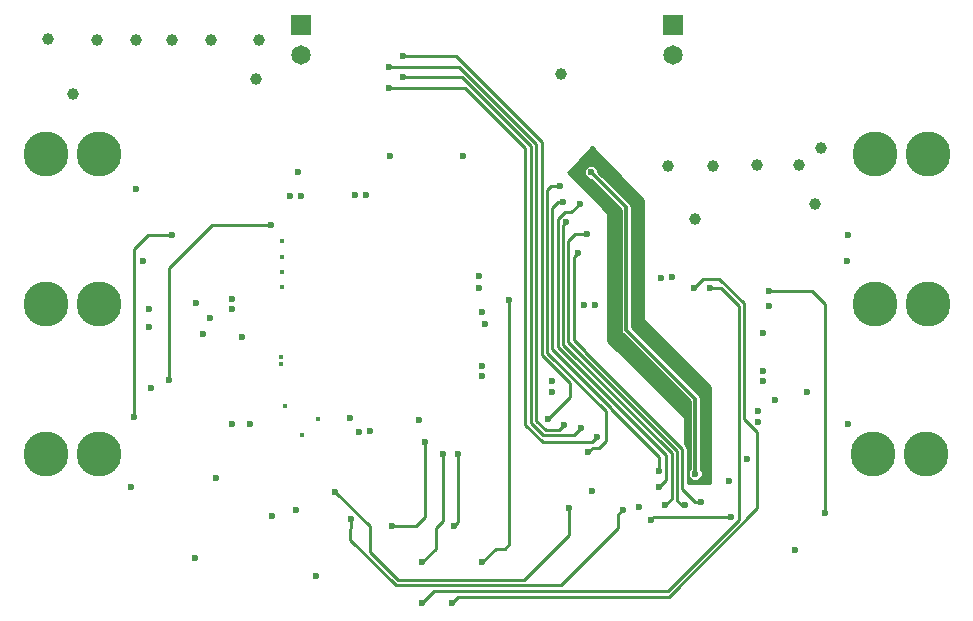
<source format=gbl>
%TF.GenerationSoftware,KiCad,Pcbnew,(5.0.0-rc2-dev-279-g5b653c0c1)*%
%TF.CreationDate,2018-07-19T10:29:47+12:00*%
%TF.ProjectId,veb,7665622E6B696361645F706362000000,0.1*%
%TF.SameCoordinates,Original*%
%TF.FileFunction,Copper,L4,Bot,Signal*%
%TF.FilePolarity,Positive*%
%FSLAX46Y46*%
G04 Gerber Fmt 4.6, Leading zero omitted, Abs format (unit mm)*
G04 Created by KiCad (PCBNEW (5.0.0-rc2-dev-279-g5b653c0c1)) date 07/19/18 10:29:47*
%MOMM*%
%LPD*%
G01*
G04 APERTURE LIST*
%ADD10C,3.810000*%
%ADD11R,1.651000X1.651000*%
%ADD12C,1.651000*%
%ADD13C,0.400000*%
%ADD14C,0.450000*%
%ADD15C,1.000000*%
%ADD16C,0.600000*%
%ADD17C,0.250000*%
%ADD18C,0.300000*%
%ADD19C,0.254000*%
G04 APERTURE END LIST*
D10*
X115752000Y-92710000D03*
X111252000Y-92710000D03*
X115752000Y-105410000D03*
X111252000Y-105410000D03*
X115752000Y-118110000D03*
X111252000Y-118110000D03*
X181428000Y-92710000D03*
X185928000Y-92710000D03*
X181428000Y-105410000D03*
X185928000Y-105410000D03*
X181326000Y-118110000D03*
X185826000Y-118110000D03*
D11*
X132870475Y-81741725D03*
D12*
X132870475Y-84281725D03*
D11*
X164338000Y-81788000D03*
D12*
X164338000Y-84328000D03*
D13*
X167005000Y-112293400D03*
D14*
X131241800Y-100076000D03*
X131191000Y-110490000D03*
X131191000Y-109855000D03*
D15*
X171450000Y-93599000D03*
X125222000Y-83058000D03*
X115570000Y-83058000D03*
D14*
X134296100Y-115119100D03*
X131241800Y-101396800D03*
X131521200Y-113995200D03*
X132969000Y-116459000D03*
X131241800Y-103987600D03*
X131241800Y-102692200D03*
D16*
X132461000Y-122809000D03*
X127000000Y-115555475D03*
X128536600Y-115555475D03*
X118491000Y-120904000D03*
X119507000Y-101727000D03*
X118872000Y-95631000D03*
X118745000Y-114935000D03*
X121920000Y-99568000D03*
X154079475Y-112824975D03*
X179070000Y-101727000D03*
X123952000Y-105283000D03*
X120027600Y-105839975D03*
D15*
X121920000Y-83058000D03*
D16*
X161163000Y-96520000D03*
X161417000Y-101600000D03*
X161544000Y-107188000D03*
X164211000Y-109728000D03*
X165227000Y-114046000D03*
X162433000Y-111506000D03*
X159385000Y-108331000D03*
X159385000Y-101346000D03*
X157861000Y-96266000D03*
X159258000Y-97917000D03*
X132842000Y-96266000D03*
X143129000Y-130683000D03*
X145669000Y-130683000D03*
X137033000Y-115062000D03*
X179197000Y-99568000D03*
X159258000Y-104775000D03*
X159258000Y-94488000D03*
X137096500Y-123634500D03*
X146177000Y-118110000D03*
X167513000Y-104013000D03*
X166116000Y-104013000D03*
X166751000Y-122174000D03*
X156286100Y-101092000D03*
X165354000Y-122428000D03*
X163703000Y-122428000D03*
X150495000Y-105029000D03*
X144907000Y-118110000D03*
X143383000Y-117094000D03*
X148209000Y-127254000D03*
X145796000Y-124206000D03*
X143129000Y-127254000D03*
X140589000Y-124206000D03*
X160147000Y-122809000D03*
X155575000Y-122682000D03*
X135763000Y-121285000D03*
X131953000Y-96266000D03*
X121710350Y-111824850D03*
X130302000Y-98679000D03*
X163195000Y-120873600D03*
X163144100Y-119507000D03*
X157175100Y-117952600D03*
X157099000Y-99441000D03*
X155321000Y-98425000D03*
X156464000Y-96901000D03*
X155067000Y-96774000D03*
X154813000Y-95377000D03*
X157937100Y-116682600D03*
X156540100Y-115920600D03*
X155143100Y-115666600D03*
X153746100Y-115158600D03*
X141478000Y-84424600D03*
X140335000Y-85313600D03*
X141478000Y-86202600D03*
X140335000Y-87091600D03*
X169240100Y-123413600D03*
X162509100Y-123698000D03*
X166243000Y-119761000D03*
X157429100Y-94234000D03*
X148209000Y-110617000D03*
X147955000Y-103030100D03*
X134112000Y-128397000D03*
X130409850Y-123334225D03*
X156857600Y-105474850D03*
X161524850Y-122619850D03*
X157476725Y-121270475D03*
D15*
X129032000Y-86345475D03*
D16*
X138712475Y-116190475D03*
X138347350Y-96140350D03*
X148209000Y-106109850D03*
X163382225Y-103172975D03*
D15*
X176403000Y-96901000D03*
D16*
X154079475Y-111935975D03*
X137414000Y-96139000D03*
X125158500Y-106586100D03*
X137795000Y-116205000D03*
X120027600Y-107348100D03*
X124587000Y-107935475D03*
X148209000Y-111506000D03*
X147955000Y-104013000D03*
X148412100Y-107062350D03*
X140411100Y-92854225D03*
X146602350Y-92854225D03*
X125647350Y-120159225D03*
X164302975Y-103124000D03*
X172002350Y-111951850D03*
X157746600Y-105474850D03*
X171573725Y-115364975D03*
X175701225Y-112856725D03*
X167386000Y-117348000D03*
X179197000Y-115570000D03*
X123901100Y-126906100D03*
X142875000Y-115189000D03*
X174701100Y-126191725D03*
X127000000Y-104950975D03*
X127889000Y-108221225D03*
D15*
X176911000Y-92202000D03*
X163957000Y-93744225D03*
X154857350Y-85916850D03*
X111480300Y-82969800D03*
D16*
X172466000Y-105537000D03*
D15*
X118872000Y-83058000D03*
X129286000Y-83058000D03*
X167767000Y-93726000D03*
X175006000Y-93599000D03*
D16*
X120142000Y-112522000D03*
X132632350Y-94234000D03*
X170652975Y-118539975D03*
X171577000Y-114444225D03*
X169065475Y-120365600D03*
D15*
X166207975Y-98171000D03*
D16*
X127000000Y-105839975D03*
X172002350Y-111062850D03*
X173034225Y-113491725D03*
X172021500Y-107823000D03*
D15*
X113538000Y-87630000D03*
D16*
X172466000Y-104267000D03*
X177241100Y-123096100D03*
D17*
X171516101Y-116232353D02*
X171516101Y-122699011D01*
X170378610Y-115094862D02*
X171516101Y-116232353D01*
X170378610Y-105353200D02*
X170378610Y-115094862D01*
X168276410Y-103251000D02*
X170378610Y-105353200D01*
X166116000Y-104013000D02*
X166878000Y-103251000D01*
X166878000Y-103251000D02*
X168276410Y-103251000D01*
X171516101Y-122699011D02*
X164040112Y-130175000D01*
X164040112Y-130175000D02*
X146177000Y-130175000D01*
X146177000Y-130175000D02*
X145669000Y-130683000D01*
X168402000Y-104013000D02*
X167513000Y-104013000D01*
D18*
X166243000Y-113411000D02*
X160401000Y-107569000D01*
X166243000Y-119761000D02*
X166243000Y-113411000D01*
X160401000Y-107569000D02*
X160401000Y-97205900D01*
X160401000Y-97205900D02*
X157429100Y-94234000D01*
D17*
X118745000Y-100711000D02*
X119888000Y-99568000D01*
X118745000Y-114935000D02*
X118745000Y-100711000D01*
X119888000Y-99568000D02*
X121920000Y-99568000D01*
X163900682Y-129678020D02*
X144133980Y-129678020D01*
X144133980Y-129678020D02*
X143129000Y-130683000D01*
X137096500Y-124396500D02*
X137096500Y-123634500D01*
X137033000Y-124460000D02*
X137096500Y-124396500D01*
X137033000Y-125350410D02*
X137033000Y-124460000D01*
X146177000Y-118110000D02*
X146177000Y-123825000D01*
X146177000Y-123825000D02*
X145796000Y-124206000D01*
X169928601Y-105539601D02*
X168402000Y-104013000D01*
X163900682Y-129678020D02*
X169928601Y-123650101D01*
X169928601Y-123650101D02*
X169928601Y-105539601D01*
X156911101Y-109413101D02*
X155956000Y-108458000D01*
X156911101Y-109427961D02*
X156911101Y-109413101D01*
X165157019Y-117673879D02*
X156911101Y-109427961D01*
X165157019Y-121088019D02*
X165157019Y-117673879D01*
X166497000Y-122174000D02*
X166243000Y-122174000D01*
X166243000Y-122174000D02*
X165157019Y-121088019D01*
X155956000Y-108458000D02*
X155956000Y-101422100D01*
X155956000Y-101422100D02*
X156286100Y-101092000D01*
X155500459Y-100023541D02*
X156083000Y-99441000D01*
X165100000Y-122428000D02*
X164707009Y-122035009D01*
X155500459Y-108653729D02*
X155500459Y-100023541D01*
X164707009Y-117860279D02*
X155500459Y-108653729D01*
X164707009Y-122035009D02*
X164707009Y-117860279D01*
X165354000Y-122428000D02*
X165100000Y-122428000D01*
X156083000Y-99441000D02*
X157099000Y-99441000D01*
X164256999Y-121874001D02*
X164256999Y-118046679D01*
X163703000Y-122428000D02*
X164256999Y-121874001D01*
X164256999Y-118046679D02*
X155050449Y-108840129D01*
X155050449Y-108840129D02*
X155050449Y-98695551D01*
X155050449Y-98695551D02*
X155321000Y-98425000D01*
X155211422Y-97609576D02*
X155755424Y-97609576D01*
X154600439Y-98220559D02*
X155211422Y-97609576D01*
X155755424Y-97609576D02*
X156464000Y-96901000D01*
X154600439Y-109026529D02*
X154600439Y-98220559D01*
X163769101Y-118195191D02*
X154600439Y-109026529D01*
X163195000Y-120873600D02*
X163769101Y-120299499D01*
X163769101Y-120299499D02*
X163769101Y-118195191D01*
X163144100Y-118330780D02*
X163144100Y-119507000D01*
X154150429Y-109212929D02*
X154150429Y-97266307D01*
X154150429Y-97266307D02*
X154642736Y-96774000D01*
X154642736Y-96774000D02*
X155067000Y-96774000D01*
X154051000Y-95377000D02*
X154813000Y-95377000D01*
X153700419Y-95727581D02*
X154051000Y-95377000D01*
X153700419Y-109523509D02*
X153700419Y-95727581D01*
X158662101Y-114485191D02*
X153700419Y-109523509D01*
X158662101Y-117030601D02*
X158662101Y-114485191D01*
X158140101Y-117552601D02*
X158662101Y-117030601D01*
X157175100Y-117952600D02*
X157575099Y-117552601D01*
X157575099Y-117552601D02*
X158140101Y-117552601D01*
X140792100Y-87091600D02*
X140335000Y-87091600D01*
X141427100Y-86202600D02*
X141681100Y-86202600D01*
X141992785Y-86202600D02*
X141427100Y-86202600D01*
X146276420Y-85313600D02*
X140792100Y-85313600D01*
X152800398Y-91837578D02*
X146276420Y-85313600D01*
X152800399Y-115285901D02*
X152800398Y-91837578D01*
X153581097Y-116066599D02*
X152800399Y-115285901D01*
X155143100Y-115666600D02*
X154743101Y-116066599D01*
X154743101Y-116066599D02*
X153581097Y-116066599D01*
X140792100Y-85313600D02*
X140335000Y-85313600D01*
X141992785Y-84424600D02*
X141427100Y-84424600D01*
X177241100Y-105359100D02*
X176149000Y-104267000D01*
X177241100Y-123096100D02*
X177241100Y-105359100D01*
X176149000Y-104267000D02*
X172466000Y-104267000D01*
X121710350Y-102317650D02*
X125349000Y-98679000D01*
X121710350Y-111824850D02*
X121710350Y-102317650D01*
X125349000Y-98679000D02*
X129736315Y-98679000D01*
X129736315Y-98679000D02*
X130302000Y-98679000D01*
X150495000Y-125730000D02*
X150114000Y-126111000D01*
X150495000Y-105029000D02*
X150495000Y-125730000D01*
X150114000Y-126111000D02*
X149352000Y-126111000D01*
X149352000Y-126111000D02*
X148209000Y-127254000D01*
X144272000Y-124402998D02*
X144272000Y-126111000D01*
X144272000Y-126111000D02*
X143129000Y-127254000D01*
X144907000Y-118110000D02*
X144907000Y-123767998D01*
X144907000Y-123767998D02*
X144272000Y-124402998D01*
X143383000Y-123444000D02*
X142621000Y-124206000D01*
X142621000Y-124206000D02*
X140589000Y-124206000D01*
X143383000Y-117094000D02*
X143383000Y-123444000D01*
X160147000Y-122809000D02*
X159747001Y-123208999D01*
X159747001Y-123208999D02*
X159747001Y-124351999D01*
X159747001Y-124351999D02*
X154870990Y-129228010D01*
X137033000Y-125350410D02*
X140910600Y-129228010D01*
X140910600Y-129228010D02*
X154870990Y-129228010D01*
X138684000Y-126365000D02*
X138684000Y-124206000D01*
X138684000Y-124206000D02*
X135763000Y-121285000D01*
X141097000Y-128778000D02*
X138684000Y-126365000D01*
X151765000Y-128778000D02*
X141097000Y-128778000D01*
X155575000Y-124968000D02*
X151765000Y-128778000D01*
X155575000Y-122682000D02*
X155575000Y-124968000D01*
X159112110Y-114174610D02*
X154150429Y-109212929D01*
X159112110Y-114298790D02*
X159112110Y-114174610D01*
X163144100Y-118330780D02*
X159112110Y-114298790D01*
X157537101Y-117082599D02*
X153324277Y-117082599D01*
X157937100Y-116682600D02*
X157537101Y-117082599D01*
X153324277Y-117082599D02*
X151841100Y-115599422D01*
X151841100Y-115599422D02*
X151841100Y-92151100D01*
X151841100Y-92151100D02*
X146781600Y-87091600D01*
X146781600Y-87091600D02*
X140792100Y-87091600D01*
X146529010Y-86202600D02*
X141992785Y-86202600D01*
X152350389Y-92023979D02*
X146529010Y-86202600D01*
X152350390Y-115472302D02*
X152350389Y-92023979D01*
X153394697Y-116516609D02*
X152350390Y-115472302D01*
X155944091Y-116516609D02*
X153394697Y-116516609D01*
X156540100Y-115920600D02*
X155944091Y-116516609D01*
X146023830Y-84424600D02*
X141992785Y-84424600D01*
X153746100Y-115158600D02*
X155607899Y-113296801D01*
X153250409Y-91651179D02*
X146023830Y-84424600D01*
X153250409Y-109709909D02*
X153250409Y-91651179D01*
X155607899Y-112067399D02*
X153250409Y-109709909D01*
X155607899Y-113296801D02*
X155607899Y-112067399D01*
X140792100Y-87091600D02*
X141843463Y-87091600D01*
X141808100Y-86202600D02*
X141427100Y-86202600D01*
X162717400Y-123413600D02*
X162509100Y-123621900D01*
X169240100Y-123413600D02*
X162717400Y-123413600D01*
X162509100Y-123621900D02*
X162509100Y-123698000D01*
D19*
G36*
X161798000Y-96571560D02*
X161798000Y-106680000D01*
X161807667Y-106728601D01*
X161835197Y-106769803D01*
X167513000Y-112447606D01*
X167513000Y-120523000D01*
X165609019Y-120523000D01*
X165609019Y-117718396D01*
X165617874Y-117673878D01*
X165582794Y-117497517D01*
X165540146Y-117433690D01*
X165482893Y-117348005D01*
X165445153Y-117322788D01*
X165354000Y-117231635D01*
X165354000Y-114935000D01*
X165344333Y-114886399D01*
X165315909Y-114844313D01*
X158877000Y-108531657D01*
X158877000Y-97790000D01*
X158867333Y-97741399D01*
X158841420Y-97701845D01*
X155496548Y-94233089D01*
X155613476Y-94109282D01*
X156802100Y-94109282D01*
X156802100Y-94358718D01*
X156897555Y-94589167D01*
X157073933Y-94765545D01*
X157304382Y-94861000D01*
X157381521Y-94861000D01*
X159924001Y-97403481D01*
X159924000Y-107522029D01*
X159914657Y-107569000D01*
X159924000Y-107615971D01*
X159924000Y-107615974D01*
X159951677Y-107755115D01*
X160057103Y-107912897D01*
X160096929Y-107939508D01*
X165766001Y-113608581D01*
X165766000Y-119351288D01*
X165711455Y-119405833D01*
X165616000Y-119636282D01*
X165616000Y-119885718D01*
X165711455Y-120116167D01*
X165887833Y-120292545D01*
X166118282Y-120388000D01*
X166367718Y-120388000D01*
X166598167Y-120292545D01*
X166774545Y-120116167D01*
X166870000Y-119885718D01*
X166870000Y-119636282D01*
X166774545Y-119405833D01*
X166720000Y-119351288D01*
X166720000Y-113457975D01*
X166729344Y-113411000D01*
X166692323Y-113224884D01*
X166613506Y-113106926D01*
X166586897Y-113067103D01*
X166547074Y-113040494D01*
X160878000Y-107371421D01*
X160878000Y-97252870D01*
X160887343Y-97205899D01*
X160878000Y-97158928D01*
X160878000Y-97158925D01*
X160850323Y-97019784D01*
X160744897Y-96862003D01*
X160705074Y-96835394D01*
X158056100Y-94186421D01*
X158056100Y-94109282D01*
X157960645Y-93878833D01*
X157784267Y-93702455D01*
X157553818Y-93607000D01*
X157304382Y-93607000D01*
X157073933Y-93702455D01*
X156897555Y-93878833D01*
X156802100Y-94109282D01*
X155613476Y-94109282D01*
X157481329Y-92131556D01*
X161798000Y-96571560D01*
X161798000Y-96571560D01*
G37*
X161798000Y-96571560D02*
X161798000Y-106680000D01*
X161807667Y-106728601D01*
X161835197Y-106769803D01*
X167513000Y-112447606D01*
X167513000Y-120523000D01*
X165609019Y-120523000D01*
X165609019Y-117718396D01*
X165617874Y-117673878D01*
X165582794Y-117497517D01*
X165540146Y-117433690D01*
X165482893Y-117348005D01*
X165445153Y-117322788D01*
X165354000Y-117231635D01*
X165354000Y-114935000D01*
X165344333Y-114886399D01*
X165315909Y-114844313D01*
X158877000Y-108531657D01*
X158877000Y-97790000D01*
X158867333Y-97741399D01*
X158841420Y-97701845D01*
X155496548Y-94233089D01*
X155613476Y-94109282D01*
X156802100Y-94109282D01*
X156802100Y-94358718D01*
X156897555Y-94589167D01*
X157073933Y-94765545D01*
X157304382Y-94861000D01*
X157381521Y-94861000D01*
X159924001Y-97403481D01*
X159924000Y-107522029D01*
X159914657Y-107569000D01*
X159924000Y-107615971D01*
X159924000Y-107615974D01*
X159951677Y-107755115D01*
X160057103Y-107912897D01*
X160096929Y-107939508D01*
X165766001Y-113608581D01*
X165766000Y-119351288D01*
X165711455Y-119405833D01*
X165616000Y-119636282D01*
X165616000Y-119885718D01*
X165711455Y-120116167D01*
X165887833Y-120292545D01*
X166118282Y-120388000D01*
X166367718Y-120388000D01*
X166598167Y-120292545D01*
X166774545Y-120116167D01*
X166870000Y-119885718D01*
X166870000Y-119636282D01*
X166774545Y-119405833D01*
X166720000Y-119351288D01*
X166720000Y-113457975D01*
X166729344Y-113411000D01*
X166692323Y-113224884D01*
X166613506Y-113106926D01*
X166586897Y-113067103D01*
X166547074Y-113040494D01*
X160878000Y-107371421D01*
X160878000Y-97252870D01*
X160887343Y-97205899D01*
X160878000Y-97158928D01*
X160878000Y-97158925D01*
X160850323Y-97019784D01*
X160744897Y-96862003D01*
X160705074Y-96835394D01*
X158056100Y-94186421D01*
X158056100Y-94109282D01*
X157960645Y-93878833D01*
X157784267Y-93702455D01*
X157553818Y-93607000D01*
X157304382Y-93607000D01*
X157073933Y-93702455D01*
X156897555Y-93878833D01*
X156802100Y-94109282D01*
X155613476Y-94109282D01*
X157481329Y-92131556D01*
X161798000Y-96571560D01*
M02*

</source>
